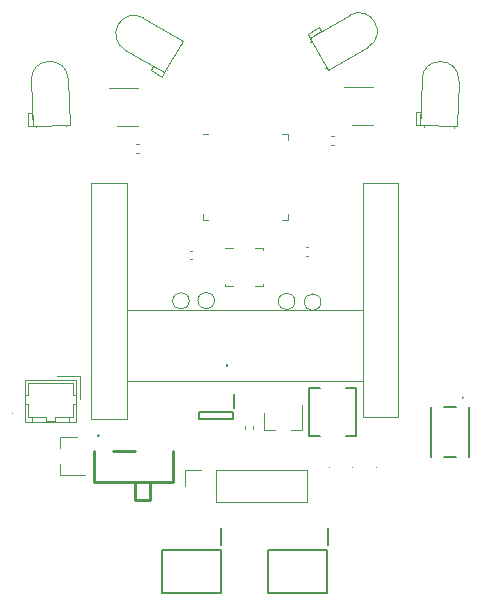
<source format=gto>
G04 #@! TF.GenerationSoftware,KiCad,Pcbnew,(5.1.7)-1*
G04 #@! TF.CreationDate,2021-06-03T00:57:12+09:00*
G04 #@! TF.ProjectId,lapis,6c617069-732e-46b6-9963-61645f706362,rev?*
G04 #@! TF.SameCoordinates,Original*
G04 #@! TF.FileFunction,Legend,Top*
G04 #@! TF.FilePolarity,Positive*
%FSLAX46Y46*%
G04 Gerber Fmt 4.6, Leading zero omitted, Abs format (unit mm)*
G04 Created by KiCad (PCBNEW (5.1.7)-1) date 2021-06-03 00:57:12*
%MOMM*%
%LPD*%
G01*
G04 APERTURE LIST*
%ADD10C,0.120000*%
%ADD11C,0.254000*%
%ADD12C,0.200000*%
%ADD13C,0.100000*%
%ADD14C,0.150000*%
G04 APERTURE END LIST*
D10*
X135250000Y-113450000D02*
X155250000Y-113450000D01*
X135250000Y-107450000D02*
X155250000Y-107450000D01*
X155250000Y-96700000D02*
X158250000Y-96700000D01*
X155250000Y-96750000D02*
X155250000Y-96700000D01*
X155250000Y-116500000D02*
X155250000Y-96750000D01*
X158250000Y-116500000D02*
X155250000Y-116500000D01*
X158250000Y-116500000D02*
X158250000Y-96700000D01*
X135250000Y-96700000D02*
X135250000Y-116700000D01*
X132250000Y-96700000D02*
X135250000Y-96700000D01*
X132250000Y-116700000D02*
X135250000Y-116700000D01*
X132250000Y-96700000D02*
X132250000Y-116700000D01*
D11*
X139190000Y-119430000D02*
X139190000Y-122030000D01*
X139190000Y-122030000D02*
X132490000Y-122030000D01*
X132490000Y-122030000D02*
X132490000Y-119430000D01*
X135940000Y-122030000D02*
X135940000Y-123530000D01*
X135940000Y-123530000D02*
X137240000Y-123530000D01*
X137240000Y-123530000D02*
X137240000Y-122030000D01*
X134136330Y-119430000D02*
X135985330Y-119430000D01*
X132873670Y-118091330D02*
G75*
G03*
X132873670Y-118091330I-54000J0D01*
G01*
D12*
X144250000Y-116100000D02*
X144250000Y-116700000D01*
X144250000Y-116700000D02*
X141350000Y-116700000D01*
X141350000Y-116700000D02*
X141350000Y-116100000D01*
X141350000Y-116100000D02*
X144250000Y-116100000D01*
X144300000Y-114550000D02*
X144300000Y-115750000D01*
X143740000Y-112190000D02*
G75*
G02*
X143740000Y-112090000I0J50000D01*
G01*
X143740000Y-112090000D02*
G75*
G02*
X143740000Y-112190000I0J-50000D01*
G01*
X143740000Y-112190000D02*
G75*
G02*
X143740000Y-112090000I0J50000D01*
G01*
X143740000Y-112090000D02*
X143740000Y-112090000D01*
X143740000Y-112190000D02*
X143740000Y-112190000D01*
X143740000Y-112090000D02*
X143740000Y-112090000D01*
X143275000Y-125925000D02*
X143275000Y-127400000D01*
X138250000Y-127750000D02*
X143250000Y-127750000D01*
X138250000Y-131450000D02*
X138250000Y-127750000D01*
X143250000Y-131450000D02*
X138250000Y-131450000D01*
X143250000Y-127750000D02*
X143250000Y-131450000D01*
X152275000Y-125925000D02*
X152275000Y-127400000D01*
X147250000Y-127750000D02*
X152250000Y-127750000D01*
X147250000Y-131450000D02*
X147250000Y-127750000D01*
X152250000Y-131450000D02*
X147250000Y-131450000D01*
X152250000Y-127750000D02*
X152250000Y-131450000D01*
D10*
X154330000Y-91830000D02*
X156130000Y-91830000D01*
X156130000Y-88610000D02*
X153680000Y-88610000D01*
X134420000Y-91870000D02*
X136220000Y-91870000D01*
X136220000Y-88650000D02*
X133770000Y-88650000D01*
D13*
X152450000Y-120810000D02*
G75*
G03*
X152450000Y-120810000I-50000J0D01*
G01*
X154350000Y-120810000D02*
G75*
G03*
X154350000Y-120810000I-50000J0D01*
G01*
X156420000Y-120810000D02*
G75*
G03*
X156420000Y-120810000I-50000J0D01*
G01*
X158390000Y-120810000D02*
G75*
G03*
X158390000Y-120810000I-50000J0D01*
G01*
X125650000Y-116190000D02*
G75*
G03*
X125650000Y-116190000I-50000J0D01*
G01*
D10*
X150424664Y-102140000D02*
X150640336Y-102140000D01*
X150424664Y-102860000D02*
X150640336Y-102860000D01*
X152559664Y-92740000D02*
X152775336Y-92740000D01*
X152559664Y-93460000D02*
X152775336Y-93460000D01*
X136275336Y-94160000D02*
X136059664Y-94160000D01*
X136275336Y-93440000D02*
X136059664Y-93440000D01*
X145240000Y-117507836D02*
X145240000Y-117292164D01*
X145960000Y-117507836D02*
X145960000Y-117292164D01*
X140807836Y-103160000D02*
X140592164Y-103160000D01*
X140807836Y-102440000D02*
X140592164Y-102440000D01*
D12*
X163742370Y-114894000D02*
G75*
G03*
X163742370Y-114894000I-53370J0D01*
G01*
X163100000Y-119900000D02*
X162100000Y-119900000D01*
X163100000Y-115700000D02*
X162100000Y-115700000D01*
X161000000Y-119900000D02*
X161000000Y-115700000D01*
X164200000Y-115700000D02*
X164200000Y-119900000D01*
D10*
X130437252Y-91770971D02*
X130302540Y-87913323D01*
X127280065Y-90760540D02*
X127319153Y-91879858D01*
X127319153Y-91879858D02*
X126919396Y-91893818D01*
X130437252Y-91770971D02*
X127319153Y-91879858D01*
X127613513Y-91999658D02*
X127613513Y-91999658D01*
X127608976Y-91869737D02*
X127608976Y-91869737D01*
X127613513Y-91999658D02*
X127608976Y-91869737D01*
X130147429Y-91781092D02*
X130151966Y-91911013D01*
X130147429Y-91781092D02*
X130147429Y-91781092D01*
X130151966Y-91911013D02*
X130147429Y-91781092D01*
X126880309Y-90774500D02*
X127280065Y-90760540D01*
X127608976Y-91869737D02*
X127613513Y-91999658D01*
X130151966Y-91911013D02*
X130151966Y-91911013D01*
X126919396Y-91893818D02*
X126880309Y-90774500D01*
X127319153Y-91879858D02*
X127184441Y-88022209D01*
X127184440Y-88022209D02*
G75*
G02*
X130302540Y-87913323I1559050J54443D01*
G01*
X152337891Y-87141147D02*
X155680749Y-85211147D01*
X151747839Y-83879148D02*
X150777891Y-84439148D01*
X150777891Y-84439148D02*
X150577891Y-84092738D01*
X152337891Y-87141147D02*
X150777891Y-84439148D01*
X150810307Y-84755295D02*
X150810307Y-84755295D01*
X150922891Y-84690295D02*
X150922891Y-84690295D01*
X150810307Y-84755295D02*
X150922891Y-84690295D01*
X152192891Y-86890000D02*
X152080307Y-86955000D01*
X152192891Y-86890000D02*
X152192891Y-86890000D01*
X152080307Y-86955000D02*
X152192891Y-86890000D01*
X151547839Y-83532738D02*
X151747839Y-83879148D01*
X150922891Y-84690295D02*
X150810307Y-84755295D01*
X152080307Y-86955000D02*
X152080307Y-86955000D01*
X150577891Y-84092738D02*
X151547839Y-83532738D01*
X150777891Y-84439148D02*
X154120749Y-82509148D01*
X154120749Y-82509149D02*
G75*
G02*
X155680749Y-85211147I780000J-1350999D01*
G01*
X140005770Y-84648853D02*
X136662911Y-82718853D01*
X137475821Y-86790852D02*
X138445770Y-87350852D01*
X138445770Y-87350852D02*
X138245770Y-87697262D01*
X140005770Y-84648853D02*
X138445770Y-87350852D01*
X138703353Y-87164705D02*
X138703353Y-87164705D01*
X138590770Y-87099705D02*
X138590770Y-87099705D01*
X138703353Y-87164705D02*
X138590770Y-87099705D01*
X139860770Y-84900000D02*
X139973353Y-84965000D01*
X139860770Y-84900000D02*
X139860770Y-84900000D01*
X139973353Y-84965000D02*
X139860770Y-84900000D01*
X137275821Y-87137262D02*
X137475821Y-86790852D01*
X138590770Y-87099705D02*
X138703353Y-87164705D01*
X139973353Y-84965000D02*
X139973353Y-84965000D01*
X138245770Y-87697262D02*
X137275821Y-87137262D01*
X138445770Y-87350852D02*
X135102911Y-85420852D01*
X135102911Y-85420851D02*
G75*
G02*
X136662911Y-82718853I780000J1350999D01*
G01*
X163232052Y-91900858D02*
X163366764Y-88043209D01*
X160153040Y-90672654D02*
X160113952Y-91791972D01*
X160113952Y-91791972D02*
X159714196Y-91778012D01*
X163232052Y-91900858D02*
X160113952Y-91791972D01*
X160399239Y-91932013D02*
X160399239Y-91932013D01*
X160403776Y-91802092D02*
X160403776Y-91802092D01*
X160399239Y-91932013D02*
X160403776Y-91802092D01*
X162942228Y-91890737D02*
X162937691Y-92020658D01*
X162942228Y-91890737D02*
X162942228Y-91890737D01*
X162937691Y-92020658D02*
X162942228Y-91890737D01*
X159753283Y-90658694D02*
X160153040Y-90672654D01*
X160403776Y-91802092D02*
X160399239Y-91932013D01*
X162937691Y-92020658D02*
X162937691Y-92020658D01*
X159714196Y-91778012D02*
X159753283Y-90658694D01*
X160113952Y-91791972D02*
X160248664Y-87934323D01*
X160248664Y-87934323D02*
G75*
G02*
X163366764Y-88043209I1559050J-54443D01*
G01*
X144265000Y-102190000D02*
X143590000Y-102190000D01*
X146810000Y-105410000D02*
X146810000Y-105235000D01*
X146135000Y-105410000D02*
X146810000Y-105410000D01*
X143590000Y-105410000D02*
X143590000Y-105235000D01*
X144265000Y-105410000D02*
X143590000Y-105410000D01*
X146810000Y-102190000D02*
X146810000Y-102365000D01*
X146135000Y-102190000D02*
X146810000Y-102190000D01*
X142165000Y-92590000D02*
X141690000Y-92590000D01*
X148910000Y-99810000D02*
X148910000Y-99335000D01*
X148435000Y-99810000D02*
X148910000Y-99810000D01*
X141690000Y-99810000D02*
X141690000Y-99335000D01*
X142165000Y-99810000D02*
X141690000Y-99810000D01*
X148910000Y-92590000D02*
X148910000Y-93065000D01*
X148435000Y-92590000D02*
X148910000Y-92590000D01*
X149500000Y-106735000D02*
G75*
G03*
X149500000Y-106735000I-700000J0D01*
G01*
X151700000Y-106800000D02*
G75*
G03*
X151700000Y-106800000I-700000J0D01*
G01*
X142690000Y-106670000D02*
G75*
G03*
X142690000Y-106670000I-700000J0D01*
G01*
X140550000Y-106690000D02*
G75*
G03*
X140550000Y-106690000I-700000J0D01*
G01*
X146920000Y-117660000D02*
X147850000Y-117660000D01*
X150080000Y-117660000D02*
X149150000Y-117660000D01*
X150080000Y-117660000D02*
X150080000Y-115500000D01*
X146920000Y-117660000D02*
X146920000Y-116200000D01*
X129570000Y-118255000D02*
X129570000Y-119185000D01*
X129570000Y-121415000D02*
X129570000Y-120485000D01*
X129570000Y-121415000D02*
X131730000Y-121415000D01*
X129570000Y-118255000D02*
X131030000Y-118255000D01*
D14*
X151600000Y-118100000D02*
X150700000Y-118100000D01*
X150700000Y-114100000D02*
X151600000Y-114100000D01*
X150700000Y-118100000D02*
X150700000Y-114100000D01*
X154700000Y-118100000D02*
X153800000Y-118100000D01*
X154700000Y-114100000D02*
X154700000Y-118100000D01*
X153800000Y-114100000D02*
X154700000Y-114100000D01*
D10*
X140210000Y-122360000D02*
X140210000Y-121030000D01*
X140210000Y-121030000D02*
X141540000Y-121030000D01*
X142810000Y-121030000D02*
X150490000Y-121030000D01*
X150490000Y-123690000D02*
X150490000Y-121030000D01*
X142810000Y-123690000D02*
X150490000Y-123690000D01*
X142810000Y-123690000D02*
X142810000Y-121030000D01*
X128425000Y-116525000D02*
X127225000Y-116525000D01*
X128425000Y-116825000D02*
X128425000Y-116525000D01*
X129175000Y-116825000D02*
X128425000Y-116825000D01*
X129175000Y-116525000D02*
X129175000Y-116825000D01*
X130375000Y-116525000D02*
X129175000Y-116525000D01*
X127225000Y-116525000D02*
X127225000Y-116975000D01*
X126925000Y-116525000D02*
X127225000Y-116525000D01*
X126925000Y-115425000D02*
X126925000Y-116525000D01*
X126625000Y-115425000D02*
X126925000Y-115425000D01*
X130375000Y-116525000D02*
X130375000Y-116975000D01*
X130675000Y-116525000D02*
X130375000Y-116525000D01*
X130675000Y-115425000D02*
X130675000Y-116525000D01*
X130975000Y-115425000D02*
X130675000Y-115425000D01*
X126925000Y-114675000D02*
X126625000Y-114675000D01*
X126925000Y-113675000D02*
X126925000Y-114675000D01*
X130675000Y-113675000D02*
X126925000Y-113675000D01*
X130675000Y-114675000D02*
X130675000Y-113675000D01*
X130975000Y-114675000D02*
X130675000Y-114675000D01*
X131285000Y-113065000D02*
X129375000Y-113065000D01*
X131285000Y-114975000D02*
X131285000Y-113065000D01*
X126625000Y-116975000D02*
X130975000Y-116975000D01*
X126625000Y-113375000D02*
X126625000Y-116975000D01*
X130975000Y-113375000D02*
X126625000Y-113375000D01*
X130975000Y-116975000D02*
X130975000Y-113375000D01*
M02*

</source>
